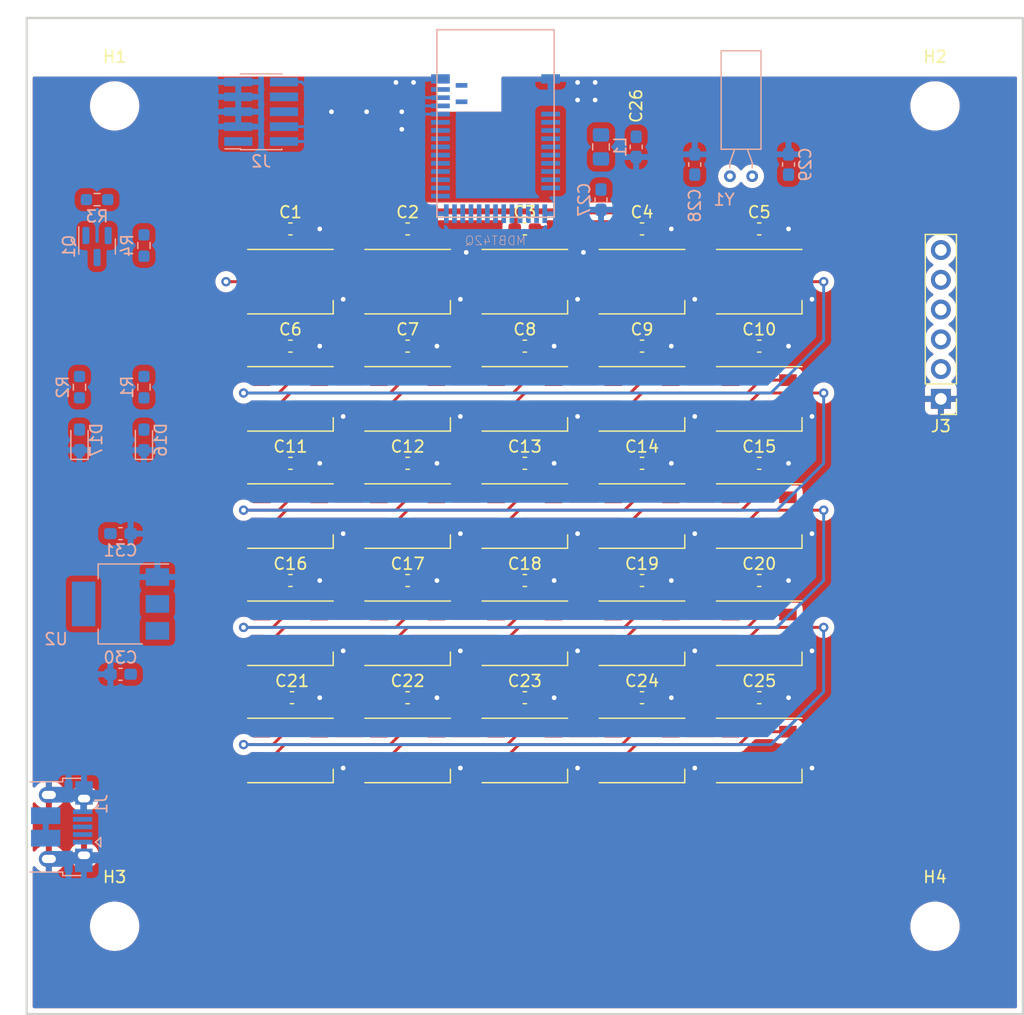
<source format=kicad_pcb>
(kicad_pcb (version 20210424) (generator pcbnew)
  (layers (0 "F.Cu" signal) (31 "B.Cu" signal) (34 "B.Paste" user) (35 "F.Paste" user) (36 "B.SilkS" user "B.Silkscreen") (37 "F.SilkS" user "F.Silkscreen") (38 "B.Mask" user) (39 "F.Mask" user) (44 "Edge.Cuts" user))
  (net 0 "")
  (net 1 "+5V")
  (net 2 "GND")
  (net 3 "Net-(C26-Pad1)")
  (net 4 "+3V3")
  (net 5 "Net-(C28-Pad1)")
  (net 6 "Net-(C29-Pad1)")
  (net 7 "Net-(D1-Pad4)")
  (net 8 "Net-(D1-Pad2)")
  (net 9 "Net-(D2-Pad2)")
  (net 10 "Net-(D3-Pad4)")
  (net 11 "DOUT1")
  (net 12 "Net-(D6-Pad2)")
  (net 13 "Net-(D6-Pad4)")
  (net 14 "Net-(D7-Pad2)")
  (net 15 "Net-(D10-Pad2)")
  (net 16 "Net-(D11-Pad2)")
  (net 17 "DOUT2")
  (net 18 "Net-(D11-Pad4)")
  (net 19 "Net-(D12-Pad2)")
  (net 20 "Net-(D13-Pad4)")
  (net 21 "Net-(D17-Pad2)")
  (net 22 "DOUT3")
  (net 23 "Net-(D16-Pad2)")
  (net 24 "Net-(D18-Pad2)")
  (net 25 "Net-(D18-Pad4)")
  (net 26 "Net-(D19-Pad2)")
  (net 27 "Net-(D20-Pad4)")
  (net 28 "Net-(D23-Pad2)")
  (net 29 "DOUT4")
  (net 30 "Net-(D23-Pad4)")
  (net 31 "Net-(D5-Pad4)")
  (net 32 "Net-(D24-Pad2)")
  (net 33 "Net-(D25-Pad4)")
  (net 34 "unconnected-(D26-Pad2)")
  (net 38 "SWDIO")
  (net 39 "SWDCLK")
  (net 44 "Net-(L1-Pad1)")
  (net 45 "DIN")
  (net 46 "Net-(R1-Pad1)")
  (net 47 "Net-(R2-Pad1)")
  (net 48 "RESET")
  (net 49 "UART_RX")
  (net 50 "UART_TX")
  (footprint "Capacitor_SMD:C_0603_1608Metric_Pad1.08x0.95mm_HandSolder" (layer "F.Cu") (at 162.5 118)
    (fp_text reference "C22")
    (fp_text value "0.1uF" hide)
  )
  (footprint "LED_SMD:LED_WS2812B_PLCC4_5.0x5.0mm_P3.2mm" (layer "F.Cu") (at 152.5 102.5)
    (fp_text reference "D15" hide)
    (fp_text value "WS2812B" hide)
  )
  (footprint "Capacitor_SMD:C_0603_1608Metric_Pad1.08x0.95mm_HandSolder" (layer "F.Cu") (at 152.5 98)
    (fp_text reference "C11")
    (fp_text value "0.1uF" hide)
  )
  (footprint "LED_SMD:LED_WS2812B_PLCC4_5.0x5.0mm_P3.2mm" (layer "F.Cu") (at 182.5 122.5)
    (fp_text reference "D24" hide)
    (fp_text value "WS2812B" hide)
  )
  (footprint "LED_SMD:LED_WS2812B_PLCC4_5.0x5.0mm_P3.2mm" (layer "F.Cu") (at 172.5 82.5)
    (fp_text reference "D1" hide)
    (fp_text value "WS2812B" hide)
  )
  (footprint "LED_SMD:LED_WS2812B_PLCC4_5.0x5.0mm_P3.2mm" (layer "F.Cu") (at 162.5 102.5)
    (fp_text reference "D13" hide)
    (fp_text value "WS2812B" hide)
  )
  (footprint "MountingHole:MountingHole_3.2mm_M3" (layer "F.Cu") (at 137.5 67.5)
    (fp_text reference "H1")
    (fp_text value "MountingHole")
  )
  (footprint "Capacitor_SMD:C_0603_1608Metric_Pad1.08x0.95mm_HandSolder" (layer "F.Cu") (at 162.5 78)
    (fp_text reference "C2")
    (fp_text value "0.1uF" hide)
  )
  (footprint "Capacitor_SMD:C_0603_1608Metric_Pad1.08x0.95mm_HandSolder" (layer "F.Cu") (at 192.5 78)
    (fp_text reference "C5")
    (fp_text value "0.1uF" hide)
  )
  (footprint "LED_SMD:LED_WS2812B_PLCC4_5.0x5.0mm_P3.2mm" (layer "F.Cu") (at 162.5 82.5)
    (fp_text reference "D3" hide)
    (fp_text value "WS2812B" hide)
  )
  (footprint "MountingHole:MountingHole_3.2mm_M3" (layer "F.Cu") (at 207.5 67.5)
    (fp_text reference "H2")
    (fp_text value "MountingHole")
  )
  (footprint "Capacitor_SMD:C_0603_1608Metric_Pad1.08x0.95mm_HandSolder" (layer "F.Cu") (at 152.5 88)
    (fp_text reference "C6")
    (fp_text value "0.1uF" hide)
  )
  (footprint "LED_SMD:LED_WS2812B_PLCC4_5.0x5.0mm_P3.2mm" (layer "F.Cu") (at 182.5 112.5)
    (fp_text reference "D19" hide)
    (fp_text value "WS2812B" hide)
  )
  (footprint "Capacitor_SMD:C_0603_1608Metric_Pad1.08x0.95mm_HandSolder" (layer "F.Cu") (at 172.5 78)
    (fp_text reference "C3")
    (fp_text value "0.1uF" hide)
  )
  (footprint "Capacitor_SMD:C_0603_1608Metric_Pad1.08x0.95mm_HandSolder" (layer "F.Cu") (at 162.5 98)
    (fp_text reference "C12")
    (fp_text value "0.1uF" hide)
  )
  (footprint "LED_SMD:LED_WS2812B_PLCC4_5.0x5.0mm_P3.2mm" (layer "F.Cu") (at 152.5 122.5)
    (fp_text reference "D27" hide)
    (fp_text value "WS2812B" hide)
  )
  (footprint "Capacitor_SMD:C_0603_1608Metric_Pad1.08x0.95mm_HandSolder" (layer "F.Cu") (at 182.5 98)
    (fp_text reference "C14")
    (fp_text value "0.1uF" hide)
  )
  (footprint "Capacitor_SMD:C_0603_1608Metric_Pad1.08x0.95mm_HandSolder" (layer "F.Cu") (at 182.5 88)
    (fp_text reference "C9")
    (fp_text value "0.1uF" hide)
  )
  (footprint "Capacitor_SMD:C_0603_1608Metric_Pad1.08x0.95mm_HandSolder" (layer "F.Cu") (at 172.5 88)
    (fp_text reference "C8")
    (fp_text value "0.1uF" hide)
  )
  (footprint "LED_SMD:LED_WS2812B_PLCC4_5.0x5.0mm_P3.2mm" (layer "F.Cu") (at 172.5 102.5)
    (fp_text reference "D11" hide)
    (fp_text value "WS2812B" hide)
  )
  (footprint "LED_SMD:LED_WS2812B_PLCC4_5.0x5.0mm_P3.2mm" (layer "F.Cu") (at 182.5 92.5)
    (fp_text reference "D7" hide)
    (fp_text value "WS2812B" hide)
  )
  (footprint "LED_SMD:LED_WS2812B_PLCC4_5.0x5.0mm_P3.2mm" (layer "F.Cu") (at 192.5 122.5)
    (fp_text reference "D26" hide)
    (fp_text value "WS2812B" hide)
  )
  (footprint "Capacitor_SMD:C_0603_1608Metric_Pad1.08x0.95mm_HandSolder" (layer "F.Cu") (at 152.6375 118)
    (fp_text reference "C21")
    (fp_text value "0.1uF" hide)
  )
  (footprint "Capacitor_SMD:C_0603_1608Metric_Pad1.08x0.95mm_HandSolder" (layer "F.Cu") (at 152.5 78)
    (fp_text reference "C1")
    (fp_text value "0.1uF" hide)
  )
  (footprint "Connector_PinHeader_2.54mm:PinHeader_1x06_P2.54mm_Vertical" (layer "F.Cu") (at 208 92.5 180)
    (fp_text reference "J3")
    (fp_text value "Conn_01x06" hide)
  )
  (footprint "Capacitor_SMD:C_0603_1608Metric_Pad1.08x0.95mm_HandSolder" (layer "F.Cu") (at 172.5 108)
    (fp_text reference "C18")
    (fp_text value "0.1uF" hide)
  )
  (footprint "MountingHole:MountingHole_3.2mm_M3" (layer "F.Cu") (at 137.5 137.5)
    (fp_text reference "H3")
    (fp_text value "MountingHole")
  )
  (footprint "Capacitor_SMD:C_0603_1608Metric_Pad1.08x0.95mm_HandSolder" (layer "F.Cu") (at 192.5 118)
    (fp_text reference "C25")
    (fp_text value "0.1uF" hide)
  )
  (footprint "Capacitor_SMD:C_0603_1608Metric_Pad1.08x0.95mm_HandSolder" (layer "F.Cu") (at 152.5 108)
    (fp_text reference "C16")
    (fp_text value "0.1uF" hide)
  )
  (footprint "LED_SMD:LED_WS2812B_PLCC4_5.0x5.0mm_P3.2mm" (layer "F.Cu") (at 162.5 92.5)
    (fp_text reference "D8" hide)
    (fp_text value "WS2812B" hide)
  )
  (footprint "Capacitor_SMD:C_0603_1608Metric_Pad1.08x0.95mm_HandSolder" (layer "F.Cu") (at 162.5 88)
    (fp_text reference "C7")
    (fp_text value "0.1uF" hide)
  )
  (footprint "LED_SMD:LED_WS2812B_PLCC4_5.0x5.0mm_P3.2mm" (layer "F.Cu") (at 172.5 92.5)
    (fp_text reference "D6" hide)
    (fp_text value "WS2812B" hide)
  )
  (footprint "LED_SMD:LED_WS2812B_PLCC4_5.0x5.0mm_P3.2mm" (layer "F.Cu") (at 192.5 102.5)
    (fp_text reference "D14" hide)
    (fp_text value "WS2812B" hide)
  )
  (footprint "LED_SMD:LED_WS2812B_PLCC4_5.0x5.0mm_P3.2mm" (layer "F.Cu") (at 192.5 112.5)
    (fp_text reference "D21" hide)
    (fp_text value "WS2812B" hide)
  )
  (footprint "Capacitor_SMD:C_0603_1608Metric_Pad1.08x0.95mm_HandSolder" (layer "F.Cu") (at 182.5 118)
    (fp_text reference "C24")
    (fp_text value "0.1uF" hide)
  )
  (footprint "Capacitor_SMD:C_0603_1608Metric_Pad1.08x0.95mm_HandSolder" (layer "F.Cu") (at 162.5 108)
    (fp_text reference "C17")
    (fp_text value "0.1uF" hide)
  )
  (footprint "LED_SMD:LED_WS2812B_PLCC4_5.0x5.0mm_P3.2mm" (layer "F.Cu") (at 172.5 122.5)
    (fp_text reference "D23" hide)
    (fp_text value "WS2812B" hide)
  )
  (footprint "Capacitor_SMD:C_0603_1608Metric_Pad1.08x0.95mm_HandSolder" (layer "F.Cu") (at 182.5 108)
    (fp_text reference "C19")
    (fp_text value "0.1uF" hide)
  )
  (footprint "Capacitor_SMD:C_0603_1608Metric_Pad1.08x0.95mm_HandSolder" (layer "F.Cu") (at 172.5 118)
    (fp_text reference "C23")
    (fp_text value "0.1uF" hide)
  )
  (footprint "MountingHole:MountingHole_3.2mm_M3" (layer "F.Cu") (at 207.5 137.5)
    (fp_text reference "H4")
    (fp_text value "MountingHole")
  )
  (footprint "LED_SMD:LED_WS2812B_PLCC4_5.0x5.0mm_P3.2mm" (layer "F.Cu") (at 162.5 122.5)
    (fp_text reference "D25" hide)
    (fp_text value "WS2812B" hide)
  )
  (footprint "LED_SMD:LED_WS2812B_PLCC4_5.0x5.0mm_P3.2mm" (layer "F.Cu") (at 192.5 92.5)
    (fp_text reference "D9" hide)
    (fp_text value "WS2812B" hide)
  )
  (footprint "LED_SMD:LED_WS2812B_PLCC4_5.0x5.0mm_P3.2mm" (layer "F.Cu") (at 172.5 112.5)
    (fp_text reference "D18" hide)
    (fp_text value "WS2812B" hide)
  )
  (footprint "Capacitor_SMD:C_0603_1608Metric_Pad1.08x0.95mm_HandSolder" (layer "F.Cu") (at 192.5 98)
    (fp_text reference "C15")
    (fp_text value "0.1uF" hide)
  )
  (footprint "LED_SMD:LED_WS2812B_PLCC4_5.0x5.0mm_P3.2mm" (layer "F.Cu") (at 152.5 112.5)
    (fp_text reference "D22" hide)
    (fp_text value "WS2812B" hide)
  )
  (footprint "LED_SMD:LED_WS2812B_PLCC4_5.0x5.0mm_P3.2mm" (layer "F.Cu") (at 182.5 102.5)
    (fp_text reference "D12" hide)
    (fp_text value "WS2812B" hide)
  )
  (footprint "LED_SMD:LED_WS2812B_PLCC4_5.0x5.0mm_P3.2mm" (layer "F.Cu") (at 152.5 82.5)
    (fp_text reference "D5" hide)
    (fp_text value "WS2812B" hide)
  )
  (footprint "LED_SMD:LED_WS2812B_PLCC4_5.0x5.0mm_P3.2mm" (layer "F.Cu") (at 192.5 82.5)
    (fp_text reference "D4" hide)
    (fp_text value "WS2812B" hide)
  )
  (footprint "Capacitor_SMD:C_0603_1608Metric_Pad1.08x0.95mm_HandSolder" (layer "F.Cu") (at 182.5 78)
    (fp_text reference "C4")
    (fp_text value "0.1uF" hide)
  )
  (footprint "LED_SMD:LED_WS2812B_PLCC4_5.0x5.0mm_P3.2mm" (layer "F.Cu") (at 162.5 112.5)
    (fp_text reference "D20" hide)
    (fp_text value "WS2812B" hide)
  )
  (footprint "Capacitor_SMD:C_0603_1608Metric_Pad1.08x0.95mm_HandSolder" (layer "F.Cu") (at 172.5 98)
    (fp_text reference "C13")
    (fp_text value "0.1uF" hide)
  )
  (footprint "LED_SMD:LED_WS2812B_PLCC4_5.0x5.0mm_P3.2mm" (layer "F.Cu") (at 182.5 82.5)
    (fp_text reference "D2" hide)
    (fp_text value "WS2812B" hide)
  )
  (footprint "LED_SMD:LED_WS2812B_PLCC4_5.0x5.0mm_P3.2mm" (layer "F.Cu") (at 152.5 92.5)
    (fp_text reference "D10" hide)
    (fp_text value "WS2812B" hide)
  )
  (footprint "Capacitor_SMD:C_0603_1608Metric_Pad1.08x0.95mm_HandSolder" (layer "F.Cu") (at 192.5 88)
    (fp_text reference "C10")
    (fp_text value "0.1uF" hide)
  )
  (footprint "Capacitor_SMD:C_0603_1608Metric_Pad1.08x0.95mm_HandSolder" (layer "F.Cu") (at 192.5 108)
    (fp_text reference "C20")
    (fp_text value "0.1uF" hide)
  )
  (footprint "Resistor_SMD:R_0603_1608Metric_Pad0.98x0.95mm_HandSolder" (layer "B.Cu") (at 140 91.5 -90)
    (fp_text reference "R1")
    (fp_text value "1k" hide)
  )
  (footprint "Capacitor_SMD:C_0603_1608Metric_Pad1.08x0.95mm_HandSolder" (layer "B.Cu") (at 187 72.5 90)
    (fp_text reference "C28")
    (fp_text value "22pF" hide)
  )
  (footprint "Resistor_SMD:R_0603_1608Metric_Pad0.98x0.95mm_HandSolder" (layer "B.Cu") (at 140 79.4125 -90)
    (fp_text reference "R4")
    (fp_text value "10k" hide)
  )
  (footprint "Inductor_SMD:L_0805_2012Metric_Pad1.15x1.40mm_HandSolder" (layer "B.Cu") (at 179 71 90)
    (fp_text reference "L1")
    (fp_text value "10uH" hide)
  )
  (footprint "Package_TO_SOT_SMD:SOT-23" (layer "B.Cu") (at 136 79.5 -90)
    (fp_text reference "Q1")
    (fp_text value "DMN6140L" hide)
  )
  (footprint "Capacitor_SMD:C_0603_1608Metric_Pad1.08x0.95mm_HandSolder" (layer "B.Cu") (at 195 72.5 90)
    (fp_text reference "C29")
    (fp_text value "22pF" hide)
  )
  (footprint "Package_TO_SOT_SMD:SOT-223-3_TabPin2" (layer "B.Cu") (at 138 110 180)
    (fp_text reference "U2")
    (fp_text value "ZLDO1117G33" hide)
  )
  (footprint "Resistor_SMD:R_0603_1608Metric_Pad0.98x0.95mm_HandSolder" (layer "B.Cu") (at 134.5 91.5 -90)
    (fp_text reference "R2")
    (fp_text value "1k" hide)
  )
  (footprint "Capacitor_SMD:C_0603_1608Metric_Pad1.08x0.95mm_HandSolder" (layer "B.Cu") (at 182 71 -90)
    (fp_text reference "C26")
    (fp_text value "1uF" hide)
  )
  (footprint "LED_SMD:LED_0603_1608Metric_Pad1.05x0.95mm_HandSolder" (layer "B.Cu") (at 140 96 90)
    (fp_text reference "D16")
    (fp_text value "LED" hide)
  )
  (footprint "Capacitor_SMD:C_0603_1608Metric_Pad1.08x0.95mm_HandSolder" (layer "B.Cu") (at 179 75.5 -90)
    (fp_text reference "C27")
    (fp_text value "10uF" hide)
  )
  (footprint "Connector_USB:USB_Micro-B_Amphenol_10103594-0001LF_Horizontal" (layer "B.Cu") (at 133 129 90)
    (fp_text reference "J1")
    (fp_text value "USB_B_Micro")
  )
  (footprint "Crystal:Crystal_C38-LF_D3.0mm_L8.0mm_Horizontal" (layer "B.Cu") (at 190 73.5)
    (fp_text reference "Y1")
    (fp_text value "Crystal" hide)
  )
  (footprint "Capacitor_SMD:C_0603_1608Metric_Pad1.08x0.95mm_HandSolder" (layer "B.Cu") (at 138 104)
    (fp_text reference "C31")
    (fp_text value "10uF" hide)
  )
  (footprint "Connector_PinHeader_1.27mm:PinHeader_2x05_P1.27mm_Vertical_SMD" (layer "B.Cu") (at 150 68)
    (fp_text reference "J2")
    (fp_text value "Conn_02x05_Odd_Even")
  )
  (footprint "Resistor_SMD:R_0603_1608Metric_Pad0.98x0.95mm_HandSolder" (layer "B.Cu") (at 136 75.5)
    (fp_text reference "R3")
    (fp_text value "10k" hide)
  )
  (footprint "Capacitor_SMD:C_0603_1608Metric_Pad1.08x0.95mm_HandSolder" (layer "B.Cu") (at 138 116 180)
    (fp_text reference "C30")
    (fp_text value "10uF" hide)
  )
  (footprint "LED_SMD:LED_0603_1608Metric_Pad1.05x0.95mm_HandSolder" (layer "B.Cu") (at 134.5 96 90)
    (fp_text reference "D17")
    (fp_text value "LED" hide)
  )
  (footprint "RF_Modules:MDBT42Q" (layer "B.Cu") (at 170 69 180)
    (fp_text reference "U1")
    (fp_text value "MDBT42Q")
  )
  (gr_rect (start 130 60) (end 215 145) (layer "Edge.Cuts") (width 0.2) (fill none))
  (segment (start 148 106.5) (end 144.5 106.5) (width 0.5) (layer "F.Cu") (net 1))
  (segment (start 144.5 116.5) (end 144.5 125.5) (width 0.5) (layer "F.Cu") (net 1))
  (segment (start 150.05 79.5875) (end 151.6375 78) (width 0.5) (layer "F.Cu") (net 1))
  (segment (start 148 86.5) (end 147.5 86.5) (width 0.5) (layer "F.Cu") (net 1))
  (segment (start 151.775 116.725) (end 152 116.5) (width 0.5) (layer "F.Cu") (net 1))
  (segment (start 190.05 110.9) (end 190.05 109.5875) (width 0.5) (layer "F.Cu") (net 1))
  (segment (start 190.05 89.5875) (end 191.6375 88) (width 0.5) (layer "F.Cu") (net 1))
  (segment (start 161.6375 86.6375) (end 161.5 86.5) (width 0.5) (layer "F.Cu") (net 1))
  (segment (start 180.05 90.9) (end 180.05 89.5875) (width 0.5) (layer "F.Cu") (net 1))
  (segment (start 148.5 96.5) (end 144.5 96.5) (width 0.5) (layer "F.Cu") (net 1))
  (segment (start 171.6375 116.6375) (end 171.5 116.5) (width 0.5) (layer "F.Cu") (net 1))
  (segment (start 160.05 110.9) (end 160.05 109.5875) (width 0.5) (layer "F.Cu") (net 1))
  (segment (start 170.05 120.9) (end 170.05 119.5875) (width 0.5) (layer "F.Cu") (net 1))
  (segment (start 151.6375 86.6375) (end 151.5 86.5) (width 0.5) (layer "F.Cu") (net 1))
  (segment (start 171.6375 76.6375) (end 171.5 76.5) (width 0.5) (layer "F.Cu") (net 1))
  (segment (start 160.05 109.5875) (end 161.6375 108) (width 0.5) (layer "F.Cu") (net 1))
  (segment (start 190.05 80.9) (end 190.05 79.5875) (width 0.5) (layer "F.Cu") (net 1))
  (segment (start 151.775 118) (end 151.775 116.725) (width 0.5) (layer "F.Cu") (net 1))
  (segment (start 191.5 76.5) (end 181.5 76.5) (width 0.5) (layer "F.Cu") (net 1))
  (segment (start 161.6375 118) (end 161.6375 116.6375) (width 0.5) (layer "F.Cu") (net 1))
  (segment (start 191.5 116.5) (end 181.5 116.5) (width 0.5) (layer "F.Cu") (net 1))
  (segment (start 151.6375 88) (end 151.6375 86.6375) (width 0.5) (layer "F.Cu") (net 1))
  (segment (start 180.05 80.9) (end 180.05 79.5875) (width 0.5) (layer "F.Cu") (net 1))
  (segment (start 160.05 100.9) (end 160.05 99.5875) (width 0.5) (layer "F.Cu") (net 1))
  (segment (start 144.5 86.5) (end 144.5 96.5) (width 0.5) (layer "F.Cu") (net 1))
  (segment (start 148 86.5) (end 144.5 86.5) (width 0.5) (layer "F.Cu") (net 1))
  (segment (start 151.6375 106.6375) (end 151.5 106.5) (width 0.5) (layer "F.Cu") (net 1))
  (segment (start 151.5 76.5) (end 147.5 76.5) (width 0.5) (layer "F.Cu") (net 1))
  (segment (start 190.05 90.9) (end 190.05 89.5875) (width 0.5) (layer "F.Cu") (net 1))
  (segment (start 191.6375 118) (end 191.6375 116.6375) (width 0.5) (layer "F.Cu") (net 1))
  (segment (start 161.6375 98) (end 161.6375 96.6375) (width 0.5) (layer "F.Cu") (net 1))
  (segment (start 161.5 86.5) (end 151.5 86.5) (width 0.5) (layer "F.Cu") (net 1))
  (segment (start 144.5 106.5) (end 144.5 116.5) (width 0.5) (layer "F.Cu") (net 1))
  (segment (start 171.6375 118) (end 171.6375 116.6375) (width 0.5) (layer "F.Cu") (net 1))
  (segment (start 152 96.5) (end 148.5 96.5) (width 0.5) (layer "F.Cu") (net 1))
  (segment (start 171.6375 108) (end 171.6375 106.6375) (width 0.5) (layer "F.Cu") (net 1))
  (segment (start 171.5 116.5) (end 161.5 116.5) (width 0.5) (layer "F.Cu") (net 1))
  (segment (start 191.5 86.5) (end 181.5 86.5) (width 0.5) (layer "F.Cu") (net 1))
  (segment (start 181.6375 86.6375) (end 181.5 86.5) (width 0.5) (layer "F.Cu") (net 1))
  (segment (start 171.6375 96.6375) (end 171.5 96.5) (width 0.5) (layer "F.Cu") (net 1))
  (segment (start 181.6375 108) (end 181.6375 106.6375) (width 0.5) (layer "F.Cu") (net 1))
  (segment (start 181.6375 76.6375) (end 181.5 76.5) (width 0.5) (layer "F.Cu") (net 1))
  (segment (start 151.6375 78) (end 151.6375 76.6375) (width 0.5) (layer "F.Cu") (net 1))
  (segment (start 180.05 79.5875) (end 181.6375 78) (width 0.5) (layer "F.Cu") (net 1))
  (segment (start 160.05 90.9) (end 160.05 89.5875) (width 0.5) (layer "F.Cu") (net 1))
  (segment (start 161.6375 76.6375) (end 161.5 76.5) (width 0.5) (layer "F.Cu") (net 1))
  (segment (start 151.6375 76.6375) (end 151.5 76.5) (width 0.5) (layer "F.Cu") (net 1))
  (segment (start 181.5 86.5) (end 171.5 86.5) (width 0.5) (layer "F.Cu") (net 1))
  (segment (start 180.05 110.9) (end 180.05 109.5875) (width 0.5) (layer "F.Cu") (net 1))
  (segment (start 144.5 96.5) (end 144.5 106.5) (width 0.5) (layer "F.Cu") (net 1))
  (segment (start 170.05 109.5875) (end 171.6375 108) (width 0.5) (layer "F.Cu") (net 1))
  (segment (start 161.5 76.5) (end 151.5 76.5) (width 0.5) (layer "F.Cu") (net 1))
  (segment (start 191.6375 116.6375) (end 191.5 116.5) (width 0.5) (layer "F.Cu") (net 1))
  (segment (start 170.05 110.9) (end 170.05 109.5875) (width 0.5) (layer "F.Cu") (net 1))
  (segment (start 191.6375 78) (end 191.6375 76.6375) (width 0.5) (layer "F.Cu") (net 1))
  (segment (start 150.05 119.725) (end 151.775 118) (width 0.5) (layer "F.Cu") (net 1))
  (segment (start 148.5 96.5) (end 147.5 96.5) (width 0.5) (layer "F.Cu") (net 1))
  (segment (start 170.05 100.9) (end 170.05 99.5875) (width 0.5) (layer "F.Cu") (net 1))
  (segment (start 171.5 96.5) (end 161.5 96.5) (width 0.5) (layer "F.Cu") (net 1))
  (segment (start 180.05 99.5875) (end 181.6375 98) (width 0.5) (layer "F.Cu") (net 1))
  (segment (start 150.05 80.9) (end 150.05 79.5875) (width 0.5) (layer "F.Cu") (net 1))
  (segment (start 150.05 89.5875) (end 151.6375 88) (width 0.5) (layer "F.Cu") (net 1))
  (segment (start 181.5 76.5) (end 181 76.5) (width 0.5) (layer "F.Cu") (net 1))
  (segment (start 151.6375 98) (end 151.6375 96.8625) (width 0.5) (layer "F.Cu") (net 1))
  (segment (start 150.05 99.5875) (end 151.6375 98) (width 0.5) (layer "F.Cu") (net 1))
  (segment (start 160.05 119.5875) (end 161.6375 118) (width 0.5) (layer "F.Cu") (net 1))
  (segment (start 161.6375 116.6375) (end 161.5 116.5) (width 0.5) (layer "F.Cu") (net 1))
  (segment (start 180.05 119.5875) (end 181.6375 118) (width 0.5) (layer "F.Cu") (net 1))
  (segment (start 150.05 120.9) (end 150.05 119.725) (width 0.5) (layer "F.Cu") (net 1))
  (segment (start 150.05 100.9) (end 150.05 99.5875) (width 0.5) (layer "F.Cu") (net 1))
  (segment (start 191.5 96.5) (end 181.5 96.5) (width 0.5) (layer "F.Cu") (net 1))
  (segment (start 171.5 86.5) (end 161.5 86.5) (width 0.5) (layer "F.Cu") (net 1))
  (segment (start 191.6375 108) (end 191.6375 106.6375) (width 0.5) (layer "F.Cu") (net 1))
  (segment (start 191.6375 86.6375) (end 191.5 86.5) (width 0.5) (layer "F.Cu") (net 1))
  (segment (start 171.5 106.5) (end 161.5 106.5) (width 0.5) (layer "F.Cu") (net 1))
  (segment (start 190.05 119.5875) (end 191.6375 118) (width 0.5) (layer "F.Cu") (net 1))
  (segment (start 151.5 86.5) (end 148 86.5) (width 0.5) (layer "F.Cu") (net 1))
  (segment (start 150.05 90.9) (end 150.05 89.5875) (width 0.5) (layer "F.Cu") (net 1))
  (segment (start 191.6375 88) (end 191.6375 86.6375) (width 0.5) (layer "F.Cu") (net 1))
  (segment (start 191.6375 106.6375) (end 191.5 106.5) (width 0.5) (layer "F.Cu") (net 1))
  (segment (start 144.5 79.5) (end 144.5 84) (width 0.5) (layer "F.Cu") (net 1))
  (segment (start 180.05 89.5875) (end 181.6375 88) (width 0.5) (layer "F.Cu") (net 1))
  (segment (start 181.6375 118) (end 181.6375 116.6375) (width 0.5) (layer "F.Cu") (net 1))
  (segment (start 150.05 109.5875) (end 151.6375 108) (width 0.5) (layer "F.Cu") (net 1))
  (segment (start 151.6375 96.8625) (end 152 96.5) (width 0.5) (layer "F.Cu") (net 1))
  (segment (start 171.6375 86.6375) (end 171.5 86.5) (width 0.5) (layer "F.Cu") (net 1))
  (segment (start 181.6375 78) (end 181.6375 76.6375) (width 0.5) (layer "F.Cu") (net 1))
  (segment (start 152 116.5) (end 147 116.5) (width 0.5) (layer "F.Cu") (net 1))
  (segment (start 161.6375 78) (end 161.6375 76.6375) (width 0.5) (layer "F.Cu") (net 1))
  (segment (start 151.5 106.5) (end 148 106.5) (width 0.5) (layer "F.Cu") (net 1))
  (segment (start 160.05 79.5875) (end 161.6375 78) (width 0.5) (layer "F.Cu") (net 1))
  (segment (start 170.05 79.5875) (end 171.6375 78) (width 0.5) (layer "F.Cu") (net 1))
  (segment (start 161.6375 96.6375) (end 161.5 96.5) (width 0.5) (layer "F.Cu") (net 1))
  (segment (start 180.05 120.9) (end 180.05 119.5875) (width 0.5) (layer "F.Cu") (net 1))
  (segment (start 181 76.5) (end 171.5 76.5) (width 0.5) (layer "F.Cu") (net 1))
  (segment (start 160.05 89.5875) (end 161.6375 88) (width 0.5) (layer "F.Cu") (net 1))
  (segment (start 160.05 99.5875) (end 161.6375 98) (width 0.5) (layer "F.Cu") (net 1))
  (segment (start 161.5 106.5) (end 151.5 106.5) (width 0.5) (layer "F.Cu") (net 1))
  (segment (start 180.05 100.9) (end 180.05 99.5875) (width 0.5) (layer "F.Cu") (net 1))
  (segment (start 161.6375 88) (end 161.6375 86.6375) (width 0.5) (layer "F.Cu") (net 1))
  (segment (start 171.6375 88) (end 171.6375 86.6375) (width 0.5) (layer "F.Cu") (net 1))
  (segment (start 160.05 80.9) (end 160.05 79.5875) (width 0.5) (layer "F.Cu") (net 1))
  (segment (start 170.05 99.5875) (end 171.6375 98) (width 0.5) (layer "F.Cu") (net 1))
  (segment (start 191.5 106.5) (end 181.5 106.5) (width 0.5) (layer "F.Cu") (net 1))
  (segment (start 191.6375 96.6375) (end 191.5 96.5) (width 0.5) (layer "F.Cu") (net 1))
  (segment (start 147.5 76.5) (end 144.5 79.5) (width 0.5) (layer "F.Cu") (net 1))
  (segment (start 171.6375 78) (end 171.6375 76.6375) (width 0.5) (layer "F.Cu") (net 1))
  (segment (start 148 106.5) (end 147.5 106.5) (width 0.5) (layer "F.Cu") (net 1))
  (segment (start 181.6375 106.6375) (end 181.5 106.5) (width 0.5) (layer "F.Cu") (net 1))
  (segment (start 147 116.5) (end 144.5 116.5) (width 0.5) (layer "F.Cu") (net 1))
  (segment (start 181.6375 88) (end 181.6375 86.6375) (width 0.5) (layer "F.Cu") (net 1))
  (segment (start 161.5 116.5) (end 152 116.5) (width 0.5) (layer "F.Cu") (net 1))
  (segment (start 150.05 110.9) (end 150.05 109.5875) (width 0.5) (layer "F.Cu") (net 1))
  (segment (start 171.5 76.5) (end 161.5 76.5) (width 0.5) (layer "F.Cu") (net 1))
  (segment (start 181.6375 116.6375) (end 181.5 116.5) (width 0.5) (layer "F.Cu") (net 1))
  (segment (start 190.05 100.9) (end 190.05 99.5875) (width 0.5) (layer "F.Cu") (net 1))
  (segment (start 161.6375 106.6375) (end 161.5 106.5) (width 0.5) (layer "F.Cu") (net 1))
  (segment (start 190.05 99.5875) (end 191.6375 98) (width 0.5) (layer "F.Cu") (net 1))
  (segment (start 170.05 119.5875) (end 171.6375 118) (width 0.5) (layer "F.Cu") (net 1))
  (segment (start 147 116.5) (end 146.5 116.5) (width 0.5) (layer "F.Cu") (net 1))
  (segment (start 191.6375 98) (end 191.6375 96.6375) (width 0.5) (layer "F.Cu") (net 1))
  (segment (start 161.6375 108) (end 161.6375 106.6375) (width 0.5) (layer "F.Cu") (net 1))
  (segment (start 170.05 80.9) (end 170.05 79.5875) (width 0.5) (layer "F.Cu") (net 1))
  (segment (start 144.5 125.5) (end 141 129) (width 0.5) (layer "F.Cu") (net 1))
  (segment (start 181.6375 98) (end 181.6375 96.6375) (width 0.5) (layer "F.Cu") (net 1))
  (segment (start 171.6375 98) (end 171.6375 96.6375) (width 0.5) (layer "F.Cu") (net 1))
  (segment (start 144.5 84) (end 144.5 86.5) (width 0.5) (layer "F.Cu") (net 1))
  (segment (start 190.05 79.5875) (end 191.6375 78) (width 0.5) (layer "F.Cu") (net 1))
  (segment (start 191.6375 76.6375) (end 191.5 76.5) (width 0.5) (layer "F.Cu") (net 1))
  (segment (start 181.6375 96.6375) (end 181.5 96.5) (width 0.5) (layer "F.Cu") (net 1))
  (segment (start 181.5 96.5) (end 171.5 96.5) (width 0.5) (layer "F.Cu") (net 1))
  (segment (start 181.5 106.5) (end 171.5 106.5) (width 0.5) (layer "F.Cu") (net 1))
  (segment (start 190.05 120.9) (end 190.05 119.5875) (width 0.5) (layer "F.Cu") (net 1))
  (segment (start 171.6375 106.6375) (end 171.5 106.5) (width 0.5) (layer "F.Cu") (net 1))
  (segment (start 170.05 90.9) (end 170.05 89.5875) (width 0.5) (layer "F.Cu") (net 1))
  (segment (start 161.5 96.5) (end 152 96.5) (width 0.5) (layer "F.Cu") (net 1))
  (segment (start 151.6375 108) (end 151.6375 106.6375) (width 0.5) (layer "F.Cu") (net 1))
  (segment (start 181.5 116.5) (end 171.5 116.5) (width 0.5) (layer "F.Cu") (net 1))
  (segment (start 160.05 120.9) (end 160.05 119.5875) (width 0.5) (layer "F.Cu") (net 1))
  (segment (start 170.05 89.5875) (end 171.6375 88) (width 0.5) (layer "F.Cu") (net 1))
  (segment (start 190.05 109.5875) (end 191.6375 108) (width 0.5) (layer "F.Cu") (net 1))
  (segment (start 180.05 109.5875) (end 181.6375 108) (width 0.5) (layer "F.Cu") (net 1))
  (segment (start 163.3625 98) (end 165 98) (width 0.5) (layer "F.Cu") (net 2))
  (segment (start 174.95 84.1) (end 176.9 84.1) (width 0.5) (layer "F.Cu") (net 2))
  (segment (start 163.3625 78) (end 165.5 78) (width 0.5) (layer "F.Cu") (net 2))
  (segment (start 196.9 94.1) (end 197 94) (width 0.5) (layer "F.Cu") (net 2))
  (segment (start 186.9 114.1) (end 187 114) (width 0.5) (layer "F.Cu") (net 2))
  (segment (start 196.9 104.1) (end 197 104) (width 0.5) (layer "F.Cu") (net 2))
  (segment (start 154.95 94.1) (end 156.9 94.1) (width 0.5) (layer "F.Cu") (net 2))
  (segment (start 174.95 104.1) (end 176.9 104.1) (width 0.5) (layer "F.Cu") (net 2))
  (segment (start 194.95 114.1) (end 196.9 114.1) (width 0.5) (layer "F.Cu") (net 2))
  (segment (start 153.3625 78) (end 155 78) (width 0.5) (layer "F.Cu") (net 2))
  (segment (start 184.95 84.1) (end 186.9 84.1) (width 0.5) (layer "F.Cu") (net 2))
  (segment (start 183.3625 98) (end 185 98) (width 0.5) (layer "F.Cu") (net 2))
  (segment (start 184.95 124.1) (end 186.9 124.1) (width 0.5) (layer "F.Cu") (net 2))
  (segment (start 156.9 84.1) (end 157 84) (width 0.5) (layer "F.Cu") (net 2))
  (segment (start 176.9 124.1) (end 177 124) (width 0.5) (layer "F.Cu") (net 2))
  (segment (start 154.95 104.1) (end 156.9 104.1) (width 0.5) (layer "F.Cu") (net 2))
  (segment (start 184.95 114.1) (end 186.9 114.1) (width 0.5) (layer "F.Cu") (net 2))
  (segment (start 193.3625 118) (end 195 118) (width 0.5) (layer "F.Cu") (net 2))
  (segment (start 176.9 104.1) (end 177 104) (width 0.5) (layer "F.Cu") (net 2))
  (segment (start 164.95 104.1) (end 166.9 104.1) (width 0.5) (layer "F.Cu") (net 2))
  (segment (start 173.3625 78) (end 175.5 78) (width 0.5) (layer "F.Cu") (net 2))
  (segment (start 166.9 84.1) (end 167 84) (width 0.5) (layer "F.Cu") (net 2))
  (segment (start 194.95 124.1) (end 196.9 124.1) (width 0.5) (layer "F.Cu") (net 2))
  (segment (start 153.3625 98) (end 155 98) (width 0.5) (layer "F.Cu") (net 2))
  (segment (start 166.9 104.1) (end 167 104) (width 0.5) (layer "F.Cu") (net 2))
  (segment (start 156.9 94.1) (end 157 94) (width 0.5) (layer "F.Cu") (net 2))
  (segment (start 156.9 114.1) (end 157 114) (width 0.5) (layer "F.Cu") (net 2))
  (segment (start 186.9 84.1) (end 187 84) (width 0.5) (layer "F.Cu") (net 2))
  (segment (start 156.9 104.1) (end 157 104) (width 0.5) (layer "F.Cu") (net 2))
  (segment (start 163.5 78.1375) (end 163.3625 78) (width 0.5) (layer "F.Cu") (net 2))
  (segment (start 174.95 114.1) (end 176.9 114.1) (width 0.5) (layer "F.Cu") (net 2))
  (segment (start 153.5 118) (end 155 118) (width 0.5) (layer "F.Cu") (net 2))
  (segment (start 164.95 124.1) (end 166.9 124.1) (width 0.5) (layer "F.Cu") (net 2))
  (segment (start 166.9 114.1) (end 167 114) (width 0.5) (layer "F.Cu") (net 2))
  (segment (start 166.9 94.1) (end 167 94) (width 0.5) (layer "F.Cu") (net 2))
  (segment (start 183.3625 108) (end 185 108) (width 0.5) (layer "F.Cu") (net 2))
  (segment (start 163.3625 88) (end 165 88) (width 0.5) (layer "F.Cu") (net 2))
  (segment (start 194.95 94.1) (end 196.9 94.1) (width 0.5) (layer "F.Cu") (net 2))
  (segment (start 186.9 94.1) (end 187 94) (width 0.5) (layer "F.Cu") (net 2))
  (segment (start 156.9 124.1) (end 157 124) (width 0.5) (layer "F.Cu") (net 2))
  (segment (start 193.3625 88) (end 195 88) (width 0.5) (layer "F.Cu") (net 2))
  (segment (start 164.95 114.1) (end 166.9 114.1) (width 0.5) (layer "F.Cu") (net 2))
  (segment (start 193.3625 98) (end 195 98) (width 0.5) (layer "F.Cu") (net 2))
  (segment (start 163.3625 108) (end 165 108) (width 0.5) (layer "F.Cu") (net 2))
  (segment (start 164.95 94.1) (end 166.9 94.1) (width 0.5) (layer "F.Cu") (net 2))
  (segment (start 193.3625 78) (end 195 78) (width 0.5) (layer "F.Cu") (net 2))
  (segment (start 183.3625 78) (end 185 78) (width 0.5) (layer "F.Cu") (net 2))
  (segment (start 153.3625 108) (end 155 108) (width 0.5) (layer "F.Cu") (net 2))
  (segment (start 193.3625 108) (end 195 108) (width 0.5) (layer "F.Cu") (net 2))
  (segment (start 196.9 124.1) (end 197 124) (width 0.5) (layer "F.Cu") (net 2))
  (segment (start 196.9 114.1) (end 197 114) (width 0.5) (layer "F.Cu") (net 2))
  (segment (start 164.95 84.1) (end 166.9 84.1) (width 0.5) (layer "F.Cu") (net 2))
  (segment (start 176.9 114.1) (end 177 114) (width 0.5) (layer "F.Cu") (net 2))
  (segment (start 183.3625 118) (end 185 118) (width 0.5) (layer "F.Cu") (net 2))
  (segment (start 175.5 78) (end 177.5 80) (width 0.5) (layer "F.Cu") (net 2))
  (segment (start 186.9 104.1) (end 187 104) (width 0.5) (layer "F.Cu") (net 2))
  (segment (start 183.3625 88) (end 185 88) (width 0.5) (layer "F.Cu") (net 2))
  (segment (start 173.5 78.1375) (end 173.3625 78) (width 0.5) (layer "F.Cu") (net 2))
  (segment (start 166.9 124.1) (end 167 124) (width 0.5) (layer "F.Cu") (net 2))
  (segment (start 165.5 78) (end 167.5 80) (width 0.5) (layer "F.Cu") (net 2))
  (segment (start 173.3625 108) (end 175 108) (width 0.5) (layer "F.Cu") (net 2))
  (segment (start 173.3625 98) (end 175 98) (width 0.5) (layer "F.Cu") (net 2))
  (segment (start 154.95 114.1) (end 156.9 114.1) (width 0.5) (layer "F.Cu") (net 2))
  (segment (start 176.9 94.1) (end 177 94) (width 0.5) (layer "F.Cu") (net 2))
  (segment (start 174.95 94.1) (end 176.9 94.1) (width 0.5) (layer "F.Cu") (net 2))
  (segment (start 173.3625 88) (end 175 88) (width 0.5) (layer "F.Cu") (net 2))
  (segment (start 176.9 84.1) (end 177 84) (width 0.5) (layer "F.Cu") (net 2))
  (segment (start 163.3625 118) (end 165 118) (width 0.5) (layer "F.Cu") (net 2))
  (segment (start 196.9 84.1) (end 197 84) (width 0.5) (layer "F.Cu") (net 2))
  (segment (start 153.3625 88) (end 155 88) (width 0.5) (layer "F.Cu") (net 2))
  (segment (start 194.95 84.1) (end 196.9 84.1) (width 0.5) (layer "F.Cu") (net 2))
  (segment (start 174.95 124.1) (end 176.9 124.1) (width 0.5) (layer "F.Cu") (net 2))
  (segment (start 184.95 94.1) (end 186.9 94.1) (width 0.5) (layer "F.Cu") (net 2))
  (segment (start 154.95 84.1) (end 156.9 84.1) (width 0.5) (layer "F.Cu") (net 2))
  (segment (start 186.9 124.1) (end 187 124) (width 0.5) (layer "F.Cu") (net 2))
  (segment (start 184.95 104.1) (end 186.9 104.1) (width 0.5) (layer "F.Cu") (net 2))
  (segment (start 173.3625 118) (end 175 118) (width 0.5) (layer "F.Cu") (net 2))
  (segment (start 154.95 124.1) (end 156.9 124.1) (width 0.5) (layer "F.Cu") (net 2))
  (segment (start 194.95 104.1) (end 196.9 104.1) (width 0.5) (layer "F.Cu") (net 2))
  (via (at 197 114) (size 0.8) (drill 0.4) (layers "F.Cu" "B.Cu") (net 2))
  (via (at 163 65.5) (size 0.8) (drill 0.4) (layers "F.Cu" "B.Cu") (net 2))
  (via (at 197 124) (size 0.8) (drill 0.4) (layers "F.Cu" "B.Cu") (net 2))
  (via (at 167 124) (size 0.8) (drill 0.4) (layers "F.Cu" "B.Cu") (net 2))
  (via (at 177 114) (size 0.8) (drill 0.4) (layers "F.Cu" "B.Cu") (net 2))
  (via (at 155 118) (size 0.8) (drill 0.4) (layers "F.Cu" "B.Cu") (net 2))
  (via (at 165 118) (size 0.8) (drill 0.4) (layers "F.Cu" "B.Cu") (net 2))
  (via (at 175 118) (size 0.8) (drill 0.4) (layers "F.Cu" "B.Cu") (net 2))
  (via (at 165 88) (size 0.8) (drill 0.4) (layers "F.Cu" "B.Cu") (net 2))
  (via (at 177 65.5) (size 0.8) (drill 0.4) (layers "F.Cu" "B.Cu") (net 2))
  (via (at 195 88) (size 0.8) (drill 0.4) (layers "F.Cu" "B.Cu") (net 2))
  (via (at 175 98) (size 0.8) (drill 0.4) (layers "F.Cu" "B.Cu") (net 2))
  (via (at 187 94) (size 0.8) (drill 0.4) (layers "F.Cu" "B.Cu") (net 2))
  (via (at 167 94) (size 0.8) (drill 0.4) (layers "F.Cu" "B.Cu") (net 2))
  (via (at 155 78) (size 0.8) (drill 0.4) (layers "F.Cu" "B.Cu") (net 2))
  (via (at 187 114) (size 0.8) (drill 0.4) (layers "F.Cu" "B.Cu") (net 2))
  (via (at 165 108) (size 0.8) (drill 0.4) (layers "F.Cu" "B.Cu") (net 2))
  (via (at 177 84) (size 0.8) (drill 0.4) (layers "F.Cu" "B.Cu") (net 2))
  (via (at 175 88) (size 0.8) (drill 0.4) (layers "F.Cu" "B.Cu") (net 2))
  (via (at 157 114) (size 0.8) (drill 0.4) (layers "F.Cu" "B.Cu") (net 2))
  (via (at 197 84) (size 0.8) (drill 0.4) (layers "F.Cu" "B.Cu") (net 2))
  (via (at 185 118) (size 0.8) (drill 0.4) (layers "F.Cu" "B.Cu") (net 2))
  (via (at 155 108) (size 0.8) (drill 0.4) (layers "F.Cu" "B.Cu") (net 2))
  (via (at 167 114) (size 0.8) (drill 0.4) (layers "F.Cu" "B.Cu") (net 2))
  (via (at 177 67) (size 0.8) (drill 0.4) (layers "F.Cu" "B.Cu") (net 2))
  (via (at 187 124) (size 0.8) (drill 0.4) (layers "F.Cu" "B.Cu") (net 2))
  (via (at 167 84) (size 0.8) (drill 0.4) (layers "F.Cu" "B.Cu") (net 2))
  (via (at 157 124) (size 0.8) (drill 0.4) (layers "F.Cu" "B.Cu") (net 2))
  (via (at 185 108) (size 0.8) (drill 0.4) (layers "F.Cu" "B.Cu") (net 2))
  (via (at 197 104) (size 0.8) (drill 0.4) (layers "F.Cu" "B.Cu") (net 2))
  (via (at 167 104) (size 0.8) (drill 0.4) (layers "F.Cu" "B.Cu") (net 2))
  (via (at 185 98) (size 0.8) (drill 0.4) (layers "F.Cu" "B.Cu") (net 2))
  (via (at 178.5 65.5) (size 0.8) (drill 0.4) (layers "F.Cu" "B.Cu") (net 2))
  (via (at 195 108) (size 0.8) (drill 0.4) (layers "F.Cu" "B.Cu") (net 2))
  (via (at 177 94) (size 0.8) (drill 0.4) (layers "F.Cu" "B.Cu") (net 2))
  (via (at 161.5 65.5) (size 0.8) (drill 0.4) (layers "F.Cu" "B.Cu") (net 2))
  (via (at 177.5 80) (size 0.8) (drill 0.4) (layers "F.Cu" "B.Cu") (net 2))
  (via (at 165 98) (size 0.8) (drill 0.4) (layers "F.Cu" "B.Cu") (net 2))
  (via (at 155 98) (size 0.8) (drill 0.4) (layers "F.Cu" "B.Cu") (net 2))
  (via (at 185 88) (size 0.8) (drill 0.4) (layers "F.Cu" "B.Cu") (net 2))
  (via (at 177 104) (size 0.8) (drill 0.4) (layers "F.Cu" "B.Cu") (net 2))
  (via (at 157 84) (size 0.8) (drill 0.4) (layers "F.Cu" "B.Cu") (net 2))
  (via (at 155 88) (size 0.8) (drill 0.4) (layers "F.Cu" "B.Cu") (net 2))
  (via (at 157 104) (size 0.8) (drill 0.4) (layers "F.Cu" "B.Cu") (net 2))
  (via (at 167.5 80) (size 0.8) (drill 0.4) (layers "F.Cu" "B.Cu") (net 2))
  (via (at 157 94) (size 0.8) (drill 0.4) (layers "F.Cu" "B.Cu") (net 2))
  (via (at 187 84) (size 0.8) (drill 0.4) (layers "F.Cu" "B.Cu") (net 2))
  (via (at 178.5 67) (size 0.8) (drill 0.4) (layers "F.Cu" "B.Cu") (net 2))
  (via (at 195 78) (size 0.8) (drill 0.4) (layers "F.Cu" "B.Cu") (net 2))
  (via (at 195 118) (size 0.8) (drill 0.4) (layers "F.Cu" "B.Cu") (net 2))
  (via (at 197 94) (size 0.8) (drill 0.4) (layers "F.Cu" "B.Cu") (net 2))
  (via (at 187 104) (size 0.8) (drill 0.4) (layers "F.Cu" "B.Cu") (net 2))
  (via (at 175 108) (size 0.8) (drill 0.4) (layers "F.Cu" "B.Cu") (net 2))
  (via (at 177 124) (size 0.8) (drill 0.4) (layers "F.Cu" "B.Cu") (net 2))
  (via (at 185 78) (size 0.8) (drill 0.4) (layers "F.Cu" "B.Cu") (net 2))
  (via (at 195 98) (size 0.8) (drill 0.4) (layers "F.Cu" "B.Cu") (net 2))
  (segment (start 171 82) (end 172.1 80.9) (width 0.25) (layer "F.Cu") (net 7))
  (segment (start 172.1 80.9) (end 174.95 80.9) (width 0.25) (layer "F.Cu") (net 7))
  (segment (start 162.15 82) (end 171 82) (width 0.25) (layer "F.Cu") (net 7))
  (segment (start 160.05 84.1) (end 162.15 82) (width 0.25) (layer "F.Cu") (net 7))
  (segment (start 160.05 84.1) (end 160.4 84.1) (width 0.25) (layer "F.Cu") (net 7))
  (segment (start 172 82) (end 170.05 83.95) (width 0.25) (layer "F.Cu") (net 8))
  (segment (start 170.05 83.95) (end 170.05 84.1) (width 0.25) (layer "F.Cu") (net 8))
  (segment (start 181 82) (end 180.78412 82) (width 0.25) (layer "F.Cu") (net 8))
  (segment (start 182.1 80.9) (end 181 82) (width 0.25) (layer "F.Cu") (net 8))
  (segment (start 181 82) (end 172 82) (width 0.25) (layer "F.Cu") (net 8))
  (segment (start 184.95 80.9) (end 182.1 80.9) (width 0.25) (layer "F.Cu") (net 8))
  (segment (start 180.05 84.1) (end 180.05 84.085718) (width 0.25) (layer "F.Cu") (net 9))
  (segment (start 182.067859 82.067859) (end 190.932141 82.067859) (width 0.25) (layer "F.Cu") (net 9))
  (segment (start 180.05 84.085718) (end 182.067859 82.067859) (width 0.25) (layer "F.Cu") (net 9))
  (segment (start 190.932141 82.067859) (end 192.1 80.9) (width 0.25) (layer "F.Cu") (net 9))
  (segment (start 192.1 80.9) (end 194.95 80.9) (width 0.25) (layer "F.Cu") (net 9))
  (segment (start 162.1 80.9) (end 164.95 80.9) (width 0.25) (layer "F.Cu") (net 10))
  (segment (start 152.5 82) (end 161 82) (width 0.25) (layer "F.Cu") (net 10))
  (segment (start 150.05 84.1) (end 150.4 84.1) (width 0.25) (layer "F.Cu") (net 10))
  (segment (start 150.4 84.1) (end 152.5 82) (width 0.25) (layer "F.Cu") (net 10))
  (segment (start 161 82) (end 162.1 80.9) (width 0.25) (layer "F.Cu") (net 10))
  (segment (start 191.65 82.5) (end 198 82.5) (width 0.25) (layer "F.Cu") (net 11))
  (segment (start 154.95 90.9) (end 152.6 90.9) (width 0.25) (layer "F.Cu") (net 11))
  (segment (start 190.05 84.1) (end 191.65 82.5) (width 0.25) (layer "F.Cu") (net 11))
  (segment (start 152.6 90.9) (end 151.5 92) (width 0.25) (layer "F.Cu") (net 11))
  (segment (start 151.5 92) (end 148.5 92) (width 0.25) (layer "F.Cu") (net 11))
  (via (at 148.5 92) (size 0.8) (drill 0.4) (layers "F.Cu" "B.Cu") (net 11))
  (via (at 198 82.5) (size 0.8) (drill 0.4) (layers "F.Cu" "B.Cu") (net 11))
  (segment (start 198 82.5) (end 198 87.5) (width 0.25) (layer "B.Cu") (net 11))
  (segment (start 193.5 92) (end 148.5 92) (width 0.25) (layer "B.Cu") (net 11))
  (segment (start 198 87.5) (end 193.5 92) (width 0.25) (layer "B.Cu") (net 11))
  (segment (start 181.5 92) (end 182.6 90.9) (width 0.25) (layer "F.Cu") (net 12))
  (segment (start 170.05 94.1) (end 170.4 94.1) (width 0.25) (layer "F.Cu") (net 12))
  (segment (start 182.6 90.9) (end 184.95 90.9) (width 0.25) (layer "F.Cu") (net 12))
  (segment (start 170.4 94.1) (end 172.5 92) (width 0.25) (layer "F.Cu") (net 12))
  (segment (start 172.5 92) (end 181.5 92) (width 0.25) (layer "F.Cu") (net 12))
  (segment (start 174.95 90.9) (end 174.4 90.9) (width 0.25) (layer "F.Cu") (net 13))
  (segment (start 172.6 90.9) (end 171.5 92) (width 0.25) (layer "F.Cu") (net 13))
  (segment (start 160.05 93.95) (end 160.05 94.1) (width 0.25) (layer "F.Cu") (net 13))
  (segment (start 171.5 92) (end 162 92) (width 0.25) (layer "F.Cu") (net 13))
  (segment (start 174.95 90.9) (end 172.6 90.9) (width 0.25) (layer "F.Cu") (net 13))
  (segment (start 162 92) (end 160.05 93.95) (width 0.25) (layer "F.Cu") (net 13))
  (segment (start 180.4 94.1) (end 182.5 92) (width 0.25) (layer "F.Cu") (net 14))
  (segment (start 191.5 92) (end 192.6 90.9) (width 0.25) (layer "F.Cu") (net 14))
  (segment (start 180.05 94.1) (end 180.4 94.1) (width 0.25) (layer "F.Cu") (net 14))
  (segment (start 192.6 90.9) (end 194.95 90.9) (width 0.25) (layer "F.Cu") (net 14))
  (segment (start 182.5 92) (end 191.5 92) (width 0.25) (layer "F.Cu") (net 14))
  (segment (start 162.1 90.9) (end 164.95 90.9) (width 0.25) (layer "F.Cu") (net 15))
  (segment (start 152.5 92) (end 161 92) (width 0.25) (layer "F.Cu") (net 15))
  (segment (start 150.4 94.1) (end 152.5 92) (width 0.25) (layer "F.Cu") (net 15))
  (segment (start 161 92) (end 162.1 90.9) (width 0.25) (layer "F.Cu") (net 15))
  (segment (start 150.05 94.1) (end 150.4 94.1) (width 0.25) (layer "F.Cu") (net 15))
  (segment (start 170.05 103.95) (end 172 102) (width 0.25) (layer "F.Cu") (net 16))
  (segment (start 181 102) (end 182.1 100.9) (width 0.25) (layer "F.Cu") (net 16))
  (segment (start 172 102) (end 181 102) (width 0.25) (layer "F.Cu") (net 16))
  (segment (start 182.1 100.9) (end 184.95 100.9) (width 0.25) (layer "F.Cu") (net 16))
  (segment (start 170.05 104.1) (end 170.05 103.95) (width 0.25) (layer "F.Cu") (net 16))
  (segment (start 190.05 94.1) (end 190.4 94.1) (width 0.25) (layer "F.Cu") (net 17))
  (segment (start 152.6 100.9) (end 151.5 102) (width 0.25) (layer "F.Cu") (net 17))
  (segment (start 151.5 102) (end 148.5 102) (width 0.25) (layer "F.Cu") (net 17))
  (segment (start 154.95 100.9) (end 152.6 100.9) (width 0.25) (layer "F.Cu") (net 17))
  (segment (start 192.5 92) (end 198 92) (width 0.25) (layer "F.Cu") (net 17))
  (segment (start 190.4 94.1) (end 192.5 92) (width 0.25) (layer "F.Cu") (net 17))
  (via (at 198 92) (size 0.8) (drill 0.4) (layers "F.Cu" "B.Cu") (net 17))
  (via (at 148.5 102) (size 0.8) (drill 0.4) (layers "F.Cu" "B.Cu") (net 17))
  (segment (start 198 92) (end 198 98) (width 0.25) (layer "B.Cu") (net 17))
  (segment (start 148.5 102) (end 194 102) (width 0.25) (layer "B.Cu") (net 17))
  (segment (start 198 98) (end 196 100) (width 0.25) (layer "B.Cu") (net 17))
  (segment (start 194 102) (end 196 100) (width 0.25) (layer "B.Cu") (net 17))
  (segment (start 172.1 100.9) (end 174.95 100.9) (width 0.25) (layer "F.Cu") (net 18))
  (segment (start 160.4 104.1) (end 162.5 102) (width 0.25) (layer "F.Cu") (net 18))
  (segment (start 160.05 104.1) (end 160.4 104.1) (width 0.25) (layer "F.Cu") (net 18))
  (segment (start 162.5 102) (end 171 102) (width 0.25) (layer "F.Cu") (net 18))
  (segment (start 171 102) (end 172.1 100.9) (width 0.25) (layer "F.Cu") (net 18))
  (segment (start 192.1 100.9) (end 194.95 100.9) (width 0.25) (layer "F.Cu") (net 19))
  (segment (start 191 102) (end 192.1 100.9) (width 0.25) (layer "F.Cu") (net 19))
  (segment (start 180.4 104.1) (end 182.5 102) (width 0.25) (layer "F.Cu") (net 19))
  (segment (start 182.5 102) (end 191 102) (width 0.25) (layer "F.Cu") (net 19))
  (segment (start 180.05 104.1) (end 180.4 104.1) (width 0.25) (layer "F.Cu") (net 19))
  (segment (start 162.6 100.9) (end 164.95 100.9) (width 0.25) (layer "F.Cu") (net 20))
  (segment (start 150.05 104.1) (end 152.15 102) (width 0.25) (layer "F.Cu") (net 20))
  (segment (start 161.5 102) (end 162.6 100.9) (width 0.25) (layer "F.Cu") (net 20))
  (segment (start 152.15 102) (end 161.5 102) (width 0.25) (layer "F.Cu") (net 20))
  (segment (start 190.4 104.1) (end 192.5 102) (width 0.25) (layer "F.Cu") (net 22))
  (segment (start 192.5 102) (end 197 102) (width 0.25) (layer "F.Cu") (net 22))
  (segment (start 154.95 110.9) (end 152.1 110.9) (width 0.25) (layer "F.Cu") (net 22))
  (segment (start 148.5 112) (end 151 112) (width 0.25) (layer "F.Cu") (net 22))
  (segment (start 190.05 104.1) (end 190.4 104.1) (width 0.25) (layer "F.Cu") (net 22))
  (segment (start 197 102) (end 198 102) (width 0.25) (layer "F.Cu") (net 22))
  (segment (start 152.1 110.9) (end 151 112) (width 0.25) (layer "F.Cu") (net 22))
  (via (at 198 102) (size 0.8) (drill 0.4) (layers "F.Cu" "B.Cu") (net 22))
  (via (at 148.5 112) (size 0.8) (drill 0.4) (layers "F.Cu" "B.Cu") (net 22))
  (segment (start 148.5 112) (end 194 112) (width 0.25) (layer "B.Cu") (net 22))
  (segment (start 194 112) (end 198 108) (width 0.25) (layer "B.Cu") (net 22))
  (segment (start 194 112) (end 197.25 108.75) (width 0.25) (layer "B.Cu") (net 22))
  (segment (start 198 108) (end 198 102) (width 0.25) (layer "B.Cu") (net 22))
  (segment (start 182.1 110.9) (end 184.95 110.9) (width 0.25) (layer "F.Cu") (net 24))
  (segment (start 172 112) (end 181 112) (width 0.25) (layer "F.Cu") (net 24))
  (segment (start 170.05 113.95) (end 172 112) (width 0.25) (layer "F.Cu") (net 24))
  (segment (start 181 112) (end 182.1 110.9) (width 0.25) (layer "F.Cu") (net 24))
  (segment (start 170.05 114.1) (end 170.05 113.95) (width 0.25) (layer "F.Cu") (net 24))
  (segment (start 172.1 110.9) (end 174.95 110.9) (width 0.25) (layer "F.Cu") (net 25))
  (segment (start 171 112) (end 172.1 110.9) (width 0.25) (layer "F.Cu") (net 25))
  (segment (start 162.5 112) (end 171 112) (width 0.25) (layer "F.Cu") (net 25))
  (segment (start 160.4 114.1) (end 162.5 112) (width 0.25) (layer "F.Cu") (net 25))
  (segment (start 160.05 114.1) (end 160.4 114.1) (width 0.25) (layer "F.Cu") (net 25))
  (segment (start 180.05 114.1) (end 180.05 113.95) (width 0.25) (layer "F.Cu") (net 26))
  (segment (start 191.5 112) (end 192.6 110.9) (width 0.25) (layer "F.Cu") (net 26))
  (segment (start 192.6 110.9) (end 194.95 110.9) (width 0.25) (layer "F.Cu") (net 26))
  (segment (start 180.05 113.95) (end 182 112) (width 0.25) (layer "F.Cu") (net 26))
  (segment (start 182 112) (end 191.5 112) (width 0.25) (layer "F.Cu") (net 26))
  (segment (start 150.05 113.95) (end 152 112) (width 0.25) (layer "F.Cu") (net 27))
  (segment (start 152 112) (end 161.5 112) (width 0.25) (layer "F.Cu") (net 27))
  (segment (start 162.6 110.9) (end 164.95 110.9) (width 0.25) (layer "F.Cu") (net 27))
  (segment (start 150.05 114.1) (end 150.05 113.95) (width 0.25) (layer "F.Cu") (net 27))
  (segment (start 161.5 112) (end 162.6 110.9) (width 0.25) (layer "F.Cu") (net 27))
  (segment (start 181.9 120.9) (end 181.89206 120.89206) (width 0.25) (layer "F.Cu") (net 28))
  (segment (start 170.05 124.1) (end 170.05 123.95) (width 0.25) (layer "F.Cu") (net 28))
  (segment (start 172 122) (end 180.78412 122) (width 0.25) (layer "F.Cu") (net 28))
  (segment (start 180.78412 122) (end 181.89206 120.89206) (width 0.25) (layer "F.Cu") (net 28))
  (segment (start 184.95 120.9) (end 181.9 120.9) (width 0.25) (layer "F.Cu") (net 28))
  (segment (start 170.05 123.95) (end 172 122) (width 0.25) (layer "F.Cu") (net 28))
  (segment (start 154.95 120.9) (end 152.1 120.9) (width 0.25) (layer "F.Cu") (net 29))
  (segment (start 192.5 112) (end 198 112) (width 0.25) (layer "F.Cu") (net 29))
  (segment (start 190.4 114.1) (end 192.5 112) (width 0.25) (layer "F.Cu") (net 29))
  (segment (start 152.1 120.9) (end 151 122) (width 0.25) (layer "F.Cu") (net 29))
  (segment (start 148.5 122) (end 151 122) (width 0.25) (layer "F.Cu") (net 29))
  (segment (start 190.05 114.1) (end 190.4 114.1) (width 0.25) (layer "F.Cu") (net 29))
  (via (at 198 112) (size 0.8) (drill 0.4) (layers "F.Cu" "B.Cu") (net 29))
  (via (at 148.5 122) (size 0.8) (drill 0.4) (layers "F.Cu" "B.Cu") (net 29))
  (segment (start 148.5 122) (end 193.5 122) (width 0.25) (layer "B.Cu") (net 29))
  (segment (start 193.5 122) (end 197.5 118) (width 0.25) (layer "B.Cu") (net 29))
  (segment (start 198 117.5) (end 198 112) (width 0.25) (layer "B.Cu") (net 29))
  (segment (start 193.5 122) (end 198 117.5) (width 0.25) (layer "B.Cu") (net 29))
  (segment (start 160.05 123.95) (end 162 122) (width 0.25) (layer "F.Cu") (net 30))
  (segment (start 160.05 124.1) (end 160.05 123.95) (width 0.25) (layer "F.Cu") (net 30))
  (segment (start 172.1 120.9) (end 174.95 120.9) (width 0.25) (layer "F.Cu") (net 30))
  (segment (start 162 122) (end 171 122) (width 0.25) (layer "F.Cu") (net 30))
  (segment (start 171 122) (end 172.1 120.9) (width 0.25) (layer "F.Cu") (net 30))
  (segment (start 154.95 80.9) (end 152.6 80.9) (width 0.25) (layer "F.Cu") (net 31))
  (segment (start 152.6 80.9) (end 151 82.5) (width 0.25) (layer "F.Cu") (net 31))
  (segment (start 147.5 82.5) (end 147 82.5) (width 0.25) (layer "F.Cu") (net 31))
  (segment (start 151 82.5) (end 147.5 82.5) (width 0.25) (layer "F.Cu") (net 31))
  (via (at 147 82.5) (size 0.8) (drill 0.4) (layers "F.Cu" "B.Cu") (net 31))
  (segment (start 190.78412 122) (end 182 122) (width 0.25) (layer "F.Cu") (net 32))
  (segment (start 180.05 123.95) (end 180.05 124.1) (width 0.25) (layer "F.Cu") (net 32))
  (segment (start 194.95 120.9) (end 191.88412 120.9) (width 0.25) (layer "F.Cu") (net 32))
  (segment (start 191.88412 120.9) (end 190.78412 122) (width 0.25) (layer "F.Cu") (net 32))
  (segment (start 191.88412 120.9) (end 191.5 121.28412) (width 0.25) (layer "F.Cu") (net 32))
  (segment (start 182 122) (end 180.05 123.95) (width 0.25) (layer "F.Cu") (net 32))
  (segment (start 150.05 124.1) (end 150.05 123.95) (width 0.25) (layer "F.Cu") (net 33))
  (segment (start 162.1 120.9) (end 164.95 120.9) (width 0.25) (layer "F.Cu") (net 33))
  (segment (start 152 122) (end 161 122) (width 0.25) (layer "F.Cu") (net 33))
  (segment (start 161 122) (end 162.1 120.9) (width 0.25) (layer "F.Cu") (net 33))
  (segment (start 150.05 123.95) (end 152 122) (width 0.25) (layer "F.Cu") (net 33))
  (segment (start 190.05 124.1) (end 190.05 123.95) (width 0.25) (layer "F.Cu") (net 34))
  (segment (start 157.96 70.54) (end 151.95 70.54) (width 0.25) (layer "B.Cu") (net 38))
  (segment (start 165.3 66.8) (end 161.7 66.8) (width 0.25) (layer "B.Cu") (net 38))
  (segment (start 161.7 66.8) (end 157.96 70.54) (width 0.25) (layer "B.Cu") (net 38))
  (segment (start 162 68) (end 159 68) (width 0.25) (layer "F.Cu") (net 39))
  (via (at 159 68) (size 0.8) (drill 0.4) (layers "F.Cu" "B.Cu") (net 39))
  (via (at 162 68) (size 0.8) (drill 0.4) (layers "F.Cu" "B.Cu") (net 39))
  (segment (start 151.95 69.27) (end 157.73 69.27) (width 0.25) (layer "B.Cu") (net 39))
  (segment (start 157.73 69.27) (end 159 68) (width 0.25) (layer "B.Cu") (net 39))
  (segment (start 165.3 67.5) (end 162.5 67.5) (width 0.25) (layer "B.Cu") (net 39))
  (segment (start 162.5 67.5) (end 162 68) (width 0.25) (layer "B.Cu") (net 39))
  (segment (start 157.5 69.5) (end 156 68) (width 0.25) (layer "F.Cu") (net 48))
  (segment (start 162 69.5) (end 157.5 69.5) (width 0.25) (layer "F.Cu") (net 48))
  (via (at 162 69.5) (size 0.8) (drill 0.4) (layers "F.Cu" "B.Cu") (net 48))
  (via (at 156 68) (size 0.8) (drill 0.4) (layers "F.Cu" "B.Cu") (net 48))
  (segment (start 165.3 68.2) (end 163.3 68.2) (width 0.25) (layer "B.Cu") (net 48))
  (segment (start 163.3 68.2) (end 162 69.5) (width 0.25) (layer "B.Cu") (net 48))
  (segment (start 153.46 65.46) (end 151.95 65.46) (width 0.25) (layer "B.Cu") (net 48))
  (segment (start 156 68) (end 153.46 65.46) (width 0.25) (layer "B.Cu") (net 48))
  (zone (net 2) (net_name "GND") (layers F&B.Cu) (connect_pads (clearance 0.508)) (min_thickness 0.254) (fill yes (thermal_gap 0.508) (thermal_bridge_width 0.508))
    (polygon (pts (xy 165 68) (xy 170.5 68) (xy 170.5 65) (xy 215 65) (xy 215 145) (xy 130 145) (xy 130 65) (xy 165 65)))
  )
)
</source>
